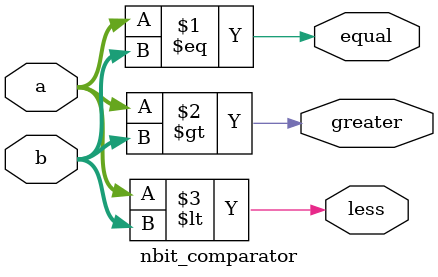
<source format=v>
module nbit_comparator #(parameter N = 4)(input  [N-1:0] a, b, output equal, greater, less);
  assign equal   = (a == b);
  assign greater = (a > b);
  assign less    = (a < b);
endmodule

</source>
